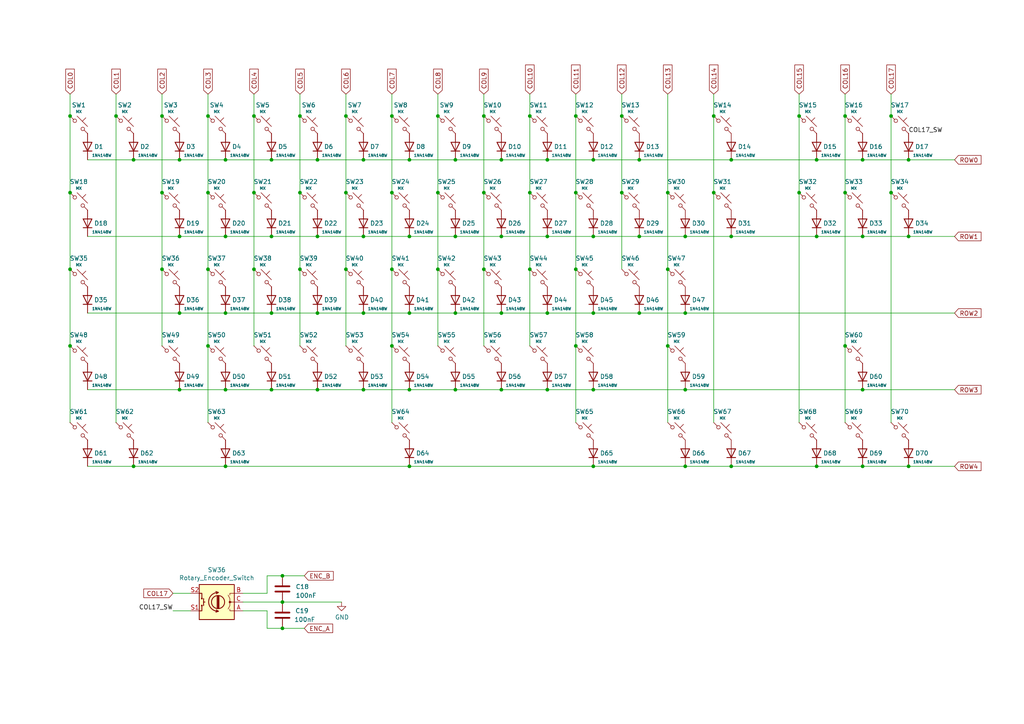
<source format=kicad_sch>
(kicad_sch (version 20230121) (generator eeschema)
  (paper "A4")
  (junction (at 118.745 135.255))
  (junction (at 100.33 33.655))
  (junction (at 78.74 113.03))
  (junction (at 65.405 113.03))
  (junction (at 73.66 78.105))
  (junction (at 65.405 68.58))
  (junction (at 52.07 113.03))
  (junction (at 172.085 113.03))
  (junction (at 60.325 33.655))
  (junction (at 145.415 46.355))
  (junction (at 118.745 90.805))
  (junction (at 46.99 55.88))
  (junction (at 132.08 46.355))
  (junction (at 193.675 78.105))
  (junction (at 236.855 46.355))
  (junction (at 153.67 33.655))
  (junction (at 158.75 68.58))
  (junction (at 105.41 113.03))
  (junction (at 198.755 68.58))
  (junction (at 263.525 135.255))
  (junction (at 65.405 46.355))
  (junction (at 127 55.88))
  (junction (at 78.74 46.355))
  (junction (at 140.335 78.105))
  (junction (at 65.405 135.255))
  (junction (at 250.19 113.03))
  (junction (at 46.99 78.105))
  (junction (at 140.335 55.88))
  (junction (at 132.08 90.805))
  (junction (at 118.745 113.03))
  (junction (at 180.34 33.655))
  (junction (at 167.005 78.105))
  (junction (at 105.41 46.355))
  (junction (at 105.41 68.58))
  (junction (at 172.085 135.255))
  (junction (at 231.775 55.88))
  (junction (at 65.405 90.805))
  (junction (at 20.32 55.88))
  (junction (at 153.67 55.88))
  (junction (at 113.665 33.655))
  (junction (at 140.335 33.655))
  (junction (at 118.745 46.355))
  (junction (at 86.995 55.88))
  (junction (at 250.19 68.58))
  (junction (at 100.33 55.88))
  (junction (at 167.005 100.33))
  (junction (at 92.075 68.58))
  (junction (at 193.675 55.88))
  (junction (at 193.675 100.33))
  (junction (at 92.075 90.805))
  (junction (at 132.08 113.03))
  (junction (at 185.42 46.355))
  (junction (at 78.74 68.58))
  (junction (at 20.32 33.655))
  (junction (at 145.415 68.58))
  (junction (at 38.735 135.255))
  (junction (at 118.745 68.58))
  (junction (at 158.75 90.805))
  (junction (at 86.995 33.655))
  (junction (at 38.735 46.355))
  (junction (at 33.655 33.655))
  (junction (at 172.085 68.58))
  (junction (at 212.09 68.58))
  (junction (at 52.07 90.805))
  (junction (at 81.915 167.005))
  (junction (at 207.01 33.655))
  (junction (at 258.445 55.88))
  (junction (at 92.075 113.03))
  (junction (at 86.995 78.105))
  (junction (at 78.74 90.805))
  (junction (at 60.325 55.88))
  (junction (at 52.07 68.58))
  (junction (at 263.525 68.58))
  (junction (at 212.09 46.355))
  (junction (at 231.775 33.655))
  (junction (at 180.34 55.88))
  (junction (at 236.855 68.58))
  (junction (at 185.42 68.58))
  (junction (at 127 78.105))
  (junction (at 46.99 33.655))
  (junction (at 20.32 78.105))
  (junction (at 172.085 46.355))
  (junction (at 113.665 78.105))
  (junction (at 81.915 182.245))
  (junction (at 153.67 78.105))
  (junction (at 145.415 113.03))
  (junction (at 258.445 33.655))
  (junction (at 20.32 100.33))
  (junction (at 52.07 46.355))
  (junction (at 73.66 33.655))
  (junction (at 167.005 33.655))
  (junction (at 212.09 135.255))
  (junction (at 250.19 135.255))
  (junction (at 132.08 68.58))
  (junction (at 167.005 55.88))
  (junction (at 207.01 55.88))
  (junction (at 263.525 46.355))
  (junction (at 236.855 135.255))
  (junction (at 145.415 90.805))
  (junction (at 113.665 55.88))
  (junction (at 60.325 100.33))
  (junction (at 245.11 100.33))
  (junction (at 198.755 113.03))
  (junction (at 73.66 55.88))
  (junction (at 113.665 100.33))
  (junction (at 172.085 90.805))
  (junction (at 185.42 90.805))
  (junction (at 60.325 78.105))
  (junction (at 158.75 46.355))
  (junction (at 250.19 46.355))
  (junction (at 198.755 135.255))
  (junction (at 158.75 113.03))
  (junction (at 245.11 55.88))
  (junction (at 105.41 90.805))
  (junction (at 198.755 90.805))
  (junction (at 92.075 46.355))
  (junction (at 100.33 78.105))
  (junction (at 127 33.655))
  (junction (at 245.11 33.655))
  (junction (at 81.915 174.625))
  (wire (pts (xy 127 78.105) (xy 127 100.33)))
  (wire (pts (xy 250.19 46.355) (xy 263.525 46.355)))
  (wire (pts (xy 127 55.88) (xy 127 78.105)))
  (wire (pts (xy 65.405 90.805) (xy 78.74 90.805)))
  (wire (pts (xy 245.11 27.305) (xy 245.11 33.655)))
  (wire (pts (xy 113.665 78.105) (xy 113.665 100.33)))
  (wire (pts (xy 212.09 135.255) (xy 236.855 135.255)))
  (wire (pts (xy 118.745 46.355) (xy 132.08 46.355)))
  (wire (pts (xy 198.755 90.805) (xy 276.86 90.805)))
  (wire (pts (xy 258.445 33.655) (xy 258.445 55.88)))
  (wire (pts (xy 167.005 78.105) (xy 167.005 100.33)))
  (wire (pts (xy 276.86 68.58) (xy 263.525 68.58)))
  (wire (pts (xy 105.41 90.805) (xy 118.745 90.805)))
  (wire (pts (xy 100.33 55.88) (xy 100.33 78.105)))
  (wire (pts (xy 52.07 46.355) (xy 65.405 46.355)))
  (wire (pts (xy 118.745 113.03) (xy 132.08 113.03)))
  (wire (pts (xy 77.47 182.245) (xy 81.915 182.245)))
  (wire (pts (xy 77.47 177.165) (xy 70.485 177.165)))
  (wire (pts (xy 38.735 135.255) (xy 65.405 135.255)))
  (wire (pts (xy 105.41 46.355) (xy 118.745 46.355)))
  (wire (pts (xy 105.41 68.58) (xy 118.745 68.58)))
  (wire (pts (xy 250.19 68.58) (xy 263.525 68.58)))
  (wire (pts (xy 127 27.305) (xy 127 33.655)))
  (wire (pts (xy 118.745 68.58) (xy 132.08 68.58)))
  (wire (pts (xy 73.66 33.655) (xy 73.66 55.88)))
  (wire (pts (xy 158.75 68.58) (xy 172.085 68.58)))
  (wire (pts (xy 145.415 46.355) (xy 158.75 46.355)))
  (wire (pts (xy 113.665 100.33) (xy 113.665 122.555)))
  (wire (pts (xy 77.47 172.085) (xy 70.485 172.085)))
  (wire (pts (xy 231.775 33.655) (xy 231.775 55.88)))
  (wire (pts (xy 20.32 33.655) (xy 20.32 55.88)))
  (wire (pts (xy 153.67 78.105) (xy 153.67 100.33)))
  (wire (pts (xy 46.99 55.88) (xy 46.99 78.105)))
  (wire (pts (xy 60.325 33.655) (xy 60.325 55.88)))
  (wire (pts (xy 236.855 46.355) (xy 250.19 46.355)))
  (wire (pts (xy 52.07 68.58) (xy 65.405 68.58)))
  (wire (pts (xy 180.34 33.655) (xy 180.34 55.88)))
  (wire (pts (xy 193.675 78.105) (xy 193.675 100.33)))
  (wire (pts (xy 81.915 182.245) (xy 88.265 182.245)))
  (wire (pts (xy 92.075 68.58) (xy 105.41 68.58)))
  (wire (pts (xy 236.855 135.255) (xy 250.19 135.255)))
  (wire (pts (xy 153.67 33.655) (xy 153.67 55.88)))
  (wire (pts (xy 78.74 68.58) (xy 92.075 68.58)))
  (wire (pts (xy 25.4 90.805) (xy 52.07 90.805)))
  (wire (pts (xy 207.01 33.655) (xy 207.01 55.88)))
  (wire (pts (xy 245.11 100.33) (xy 245.11 122.555)))
  (wire (pts (xy 207.01 55.88) (xy 207.01 122.555)))
  (wire (pts (xy 212.09 68.58) (xy 236.855 68.58)))
  (wire (pts (xy 60.325 100.33) (xy 60.325 122.555)))
  (wire (pts (xy 113.665 27.305) (xy 113.665 33.655)))
  (wire (pts (xy 145.415 113.03) (xy 158.75 113.03)))
  (wire (pts (xy 60.325 27.305) (xy 60.325 33.655)))
  (wire (pts (xy 92.075 90.805) (xy 105.41 90.805)))
  (wire (pts (xy 65.405 113.03) (xy 78.74 113.03)))
  (wire (pts (xy 81.915 174.625) (xy 70.485 174.625)))
  (wire (pts (xy 236.855 68.58) (xy 250.19 68.58)))
  (wire (pts (xy 113.665 55.88) (xy 113.665 78.105)))
  (wire (pts (xy 172.085 68.58) (xy 185.42 68.58)))
  (wire (pts (xy 60.325 78.105) (xy 60.325 100.33)))
  (wire (pts (xy 33.655 27.305) (xy 33.655 33.655)))
  (wire (pts (xy 172.085 46.355) (xy 185.42 46.355)))
  (wire (pts (xy 33.655 33.655) (xy 33.655 122.555)))
  (wire (pts (xy 140.335 33.655) (xy 140.335 55.88)))
  (wire (pts (xy 193.675 27.305) (xy 193.675 55.88)))
  (wire (pts (xy 258.445 55.88) (xy 258.445 122.555)))
  (wire (pts (xy 86.995 33.655) (xy 86.995 55.88)))
  (wire (pts (xy 65.405 68.58) (xy 78.74 68.58)))
  (wire (pts (xy 52.07 113.03) (xy 65.405 113.03)))
  (wire (pts (xy 73.66 55.88) (xy 73.66 78.105)))
  (wire (pts (xy 132.08 46.355) (xy 145.415 46.355)))
  (wire (pts (xy 100.33 33.655) (xy 100.33 55.88)))
  (wire (pts (xy 167.005 55.88) (xy 167.005 78.105)))
  (wire (pts (xy 20.32 100.33) (xy 20.32 122.555)))
  (wire (pts (xy 77.47 167.005) (xy 77.47 172.085)))
  (wire (pts (xy 193.675 100.33) (xy 193.675 122.555)))
  (wire (pts (xy 118.745 135.255) (xy 172.085 135.255)))
  (wire (pts (xy 276.86 46.355) (xy 263.525 46.355)))
  (wire (pts (xy 132.08 113.03) (xy 145.415 113.03)))
  (wire (pts (xy 46.99 33.655) (xy 46.99 55.88)))
  (wire (pts (xy 100.33 27.305) (xy 100.33 33.655)))
  (wire (pts (xy 127 33.655) (xy 127 55.88)))
  (wire (pts (xy 25.4 113.03) (xy 52.07 113.03)))
  (wire (pts (xy 276.86 135.255) (xy 263.525 135.255)))
  (wire (pts (xy 258.445 27.305) (xy 258.445 33.655)))
  (wire (pts (xy 212.09 46.355) (xy 236.855 46.355)))
  (wire (pts (xy 153.67 55.88) (xy 153.67 78.105)))
  (wire (pts (xy 180.34 55.88) (xy 180.34 78.105)))
  (wire (pts (xy 60.325 55.88) (xy 60.325 78.105)))
  (wire (pts (xy 86.995 55.88) (xy 86.995 78.105)))
  (wire (pts (xy 140.335 78.105) (xy 140.335 100.33)))
  (wire (pts (xy 250.19 113.03) (xy 276.86 113.03)))
  (wire (pts (xy 212.09 135.255) (xy 198.755 135.255)))
  (wire (pts (xy 86.995 78.105) (xy 86.995 100.33)))
  (wire (pts (xy 78.74 90.805) (xy 92.075 90.805)))
  (wire (pts (xy 245.11 55.88) (xy 245.11 100.33)))
  (wire (pts (xy 172.085 135.255) (xy 198.755 135.255)))
  (wire (pts (xy 180.34 27.305) (xy 180.34 33.655)))
  (wire (pts (xy 140.335 27.305) (xy 140.335 33.655)))
  (wire (pts (xy 167.005 100.33) (xy 167.005 122.555)))
  (wire (pts (xy 65.405 135.255) (xy 118.745 135.255)))
  (wire (pts (xy 78.74 46.355) (xy 92.075 46.355)))
  (wire (pts (xy 140.335 55.88) (xy 140.335 78.105)))
  (wire (pts (xy 73.66 27.305) (xy 73.66 33.655)))
  (wire (pts (xy 231.775 27.305) (xy 231.775 33.655)))
  (wire (pts (xy 81.915 174.625) (xy 99.06 174.625)))
  (wire (pts (xy 25.4 68.58) (xy 52.07 68.58)))
  (wire (pts (xy 198.755 113.03) (xy 250.19 113.03)))
  (wire (pts (xy 77.47 182.245) (xy 77.47 177.165)))
  (wire (pts (xy 153.67 27.305) (xy 153.67 33.655)))
  (wire (pts (xy 105.41 113.03) (xy 118.745 113.03)))
  (wire (pts (xy 145.415 90.805) (xy 158.75 90.805)))
  (wire (pts (xy 92.075 46.355) (xy 105.41 46.355)))
  (wire (pts (xy 81.915 167.005) (xy 88.265 167.005)))
  (wire (pts (xy 50.165 177.165) (xy 55.245 177.165)))
  (wire (pts (xy 132.08 68.58) (xy 145.415 68.58)))
  (wire (pts (xy 132.08 90.805) (xy 145.415 90.805)))
  (wire (pts (xy 81.915 167.005) (xy 77.47 167.005)))
  (wire (pts (xy 185.42 90.805) (xy 198.755 90.805)))
  (wire (pts (xy 145.415 68.58) (xy 158.75 68.58)))
  (wire (pts (xy 193.675 55.88) (xy 193.675 78.105)))
  (wire (pts (xy 167.005 33.655) (xy 167.005 55.88)))
  (wire (pts (xy 185.42 46.355) (xy 212.09 46.355)))
  (wire (pts (xy 185.42 68.58) (xy 198.755 68.58)))
  (wire (pts (xy 52.07 90.805) (xy 65.405 90.805)))
  (wire (pts (xy 20.32 78.105) (xy 20.32 100.33)))
  (wire (pts (xy 231.775 55.88) (xy 231.775 122.555)))
  (wire (pts (xy 20.32 55.88) (xy 20.32 78.105)))
  (wire (pts (xy 50.165 172.085) (xy 55.245 172.085)))
  (wire (pts (xy 25.4 46.355) (xy 38.735 46.355)))
  (wire (pts (xy 207.01 27.305) (xy 207.01 33.655)))
  (wire (pts (xy 65.405 46.355) (xy 78.74 46.355)))
  (wire (pts (xy 158.75 90.805) (xy 172.085 90.805)))
  (wire (pts (xy 198.755 68.58) (xy 212.09 68.58)))
  (wire (pts (xy 172.085 90.805) (xy 185.42 90.805)))
  (wire (pts (xy 158.75 113.03) (xy 172.085 113.03)))
  (wire (pts (xy 118.745 90.805) (xy 132.08 90.805)))
  (wire (pts (xy 73.66 78.105) (xy 73.66 100.33)))
  (wire (pts (xy 20.32 27.305) (xy 20.32 33.655)))
  (wire (pts (xy 113.665 33.655) (xy 113.665 55.88)))
  (wire (pts (xy 86.995 27.305) (xy 86.995 33.655)))
  (wire (pts (xy 100.33 78.105) (xy 100.33 100.33)))
  (wire (pts (xy 245.11 33.655) (xy 245.11 55.88)))
  (wire (pts (xy 158.75 46.355) (xy 172.085 46.355)))
  (wire (pts (xy 46.99 78.105) (xy 46.99 100.33)))
  (wire (pts (xy 38.735 46.355) (xy 52.07 46.355)))
  (wire (pts (xy 250.19 135.255) (xy 263.525 135.255)))
  (wire (pts (xy 78.74 113.03) (xy 92.075 113.03)))
  (wire (pts (xy 92.075 113.03) (xy 105.41 113.03)))
  (wire (pts (xy 46.99 27.305) (xy 46.99 33.655)))
  (wire (pts (xy 172.085 113.03) (xy 198.755 113.03)))
  (wire (pts (xy 167.005 27.305) (xy 167.005 33.655)))
  (wire (pts (xy 25.4 135.255) (xy 38.735 135.255)))
  (label "COL17_SW" (at 263.525 38.735 0))
  (label "COL17_SW" (at 50.165 177.165 180))
  (global_label "COL3" (shape input) (at 60.325 27.305 90) (property "Intersheetrefs" "${INTERSHEET_REFS}" (effects hide)))
  (global_label "COL2" (shape input) (at 46.99 27.305 90) (property "Intersheetrefs" "${INTERSHEET_REFS}" (effects hide)))
  (global_label "COL13" (shape input) (at 193.675 27.305 90) (property "Intersheetrefs" "${INTERSHEET_REFS}" (effects hide)))
  (global_label "ROW4" (shape input) (at 276.86 135.255 0) (property "Intersheetrefs" "${INTERSHEET_REFS}" (effects hide)))
  (global_label "COL5" (shape input) (at 86.995 27.305 90) (property "Intersheetrefs" "${INTERSHEET_REFS}" (effects hide)))
  (global_label "ROW3" (shape input) (at 276.86 113.03 0) (property "Intersheetrefs" "${INTERSHEET_REFS}" (effects hide)))
  (global_label "COL1" (shape input) (at 33.655 27.305 90) (property "Intersheetrefs" "${INTERSHEET_REFS}" (effects hide)))
  (global_label "COL17" (shape input) (at 258.445 27.305 90) (property "Intersheetrefs" "${INTERSHEET_REFS}" (effects hide)))
  (global_label "ROW0" (shape input) (at 276.86 46.355 0) (property "Intersheetrefs" "${INTERSHEET_REFS}" (effects hide)))
  (global_label "ROW1" (shape input) (at 276.86 68.58 0) (property "Intersheetrefs" "${INTERSHEET_REFS}" (effects hide)))
  (global_label "COL0" (shape input) (at 20.32 27.305 90) (property "Intersheetrefs" "${INTERSHEET_REFS}" (effects hide)))
  (global_label "COL14" (shape input) (at 207.01 27.305 90) (property "Intersheetrefs" "${INTERSHEET_REFS}" (effects hide)))
  (global_label "COL4" (shape input) (at 73.66 27.305 90) (property "Intersheetrefs" "${INTERSHEET_REFS}" (effects hide)))
  (global_label "ENC_A" (shape input) (at 88.265 182.245 0) (property "Intersheetrefs" "${INTERSHEET_REFS}" (effects hide)))
  (global_label "COL6" (shape input) (at 100.33 27.305 90) (property "Intersheetrefs" "${INTERSHEET_REFS}" (effects hide)))
  (global_label "COL11" (shape input) (at 167.005 27.305 90) (property "Intersheetrefs" "${INTERSHEET_REFS}" (effects hide)))
  (global_label "COL16" (shape input) (at 245.11 27.305 90) (property "Intersheetrefs" "${INTERSHEET_REFS}" (effects hide)))
  (global_label "COL12" (shape input) (at 180.34 27.305 90) (property "Intersheetrefs" "${INTERSHEET_REFS}" (effects hide)))
  (global_label "COL15" (shape input) (at 231.775 27.305 90) (property "Intersheetrefs" "${INTERSHEET_REFS}" (effects hide)))
  (global_label "COL10" (shape input) (at 153.67 27.305 90) (property "Intersheetrefs" "${INTERSHEET_REFS}" (effects hide)))
  (global_label "COL8" (shape input) (at 127 27.305 90) (property "Intersheetrefs" "${INTERSHEET_REFS}" (effects hide)))
  (global_label "ENC_B" (shape input) (at 88.265 167.005 0) (property "Intersheetrefs" "${INTERSHEET_REFS}" (effects hide)))
  (global_label "COL7" (shape input) (at 113.665 27.305 90) (property "Intersheetrefs" "${INTERSHEET_REFS}" (effects hide)))
  (global_label "ROW2" (shape input) (at 276.86 90.805 0) (property "Intersheetrefs" "${INTERSHEET_REFS}" (effects hide)))
  (global_label "COL17" (shape input) (at 50.165 172.085 180) (property "Intersheetrefs" "${INTERSHEET_REFS}" (effects hide)))
  (global_label "COL9" (shape input) (at 140.335 27.305 90) (property "Intersheetrefs" "${INTERSHEET_REFS}" (effects hide)))
  (symbol (lib_id "Switch:SW_Push_45deg") (at 169.545 125.095 0) (unit 1)
    (property "Reference" "SW65" (at 169.545 119.38 0))
    (property "Value" "MX" (at 169.545 121.285 0) (effects (font (size 0.8 0.8))))
    (property "Footprint" "marbastlib-mx:SW_MX_HS_1.5u" (effects hide))
  )
  (symbol (lib_id "Diode:1N4148W") (at 172.085 109.22 90) (unit 1)
    (property "Reference" "D58" (at 173.99 109.22 90) (effects (justify right)))
    (property "Value" "1N4148W" (at 173.355 111.76 90) (effects (font (size 0.8 0.8)) (justify right)))
    (property "Footprint" "Diode_SMD:D_SOD-123" (effects hide))
    (property "Datasheet" "https://www.vishay.com/docs/85748/1n4148w.pdf" (effects hide))
    (property "Sim.Device" "D" (effects hide))
    (property "Sim.Pins" "1=K 2=A" (effects hide))
  )
  (symbol (lib_id "Diode:1N4148W") (at 198.755 109.22 90) (unit 1)
    (property "Reference" "D59" (at 200.66 109.22 90) (effects (justify right)))
    (property "Value" "1N4148W" (at 200.025 111.76 90) (effects (font (size 0.8 0.8)) (justify right)))
    (property "Footprint" "Diode_SMD:D_SOD-123" (effects hide))
    (property "Datasheet" "https://www.vishay.com/docs/85748/1n4148w.pdf" (effects hide))
    (property "Sim.Device" "D" (effects hide))
    (property "Sim.Pins" "1=K 2=A" (effects hide))
  )
  (symbol (lib_id "Switch:SW_Push_45deg") (at 102.87 102.87 0) (unit 1)
    (property "Reference" "SW53" (at 102.87 97.155 0))
    (property "Value" "MX" (at 102.87 99.06 0) (effects (font (size 0.8 0.8))))
    (property "Footprint" "marbastlib-mx:SW_MX_HS_1u" (effects hide))
  )
  (symbol (lib_id "Diode:1N4148W") (at 158.75 42.545 90) (unit 1)
    (property "Reference" "D11" (at 160.655 42.545 90) (effects (justify right)))
    (property "Value" "1N4148W" (at 160.02 45.085 90) (effects (font (size 0.8 0.8)) (justify right)))
    (property "Footprint" "Diode_SMD:D_SOD-123" (effects hide))
    (property "Datasheet" "https://www.vishay.com/docs/85748/1n4148w.pdf" (effects hide))
    (property "Sim.Device" "D" (effects hide))
    (property "Sim.Pins" "1=K 2=A" (effects hide))
  )
  (symbol (lib_id "Switch:SW_Push_45deg") (at 209.55 58.42 0) (unit 1)
    (property "Reference" "SW31" (at 209.55 52.705 0))
    (property "Value" "MX" (at 209.55 54.61 0) (effects (font (size 0.8 0.8))))
    (property "Footprint" "marbastlib-mx:SW_MX_HS_1.5u" (effects hide))
  )
  (symbol (lib_id "Diode:1N4148W") (at 25.4 109.22 90) (unit 1)
    (property "Reference" "D48" (at 27.305 109.22 90) (effects (justify right)))
    (property "Value" "1N4148W" (at 26.67 111.76 90) (effects (font (size 0.8 0.8)) (justify right)))
    (property "Footprint" "Diode_SMD:D_SOD-123" (effects hide))
    (property "Datasheet" "https://www.vishay.com/docs/85748/1n4148w.pdf" (effects hide))
    (property "Sim.Device" "D" (effects hide))
    (property "Sim.Pins" "1=K 2=A" (effects hide))
  )
  (symbol (lib_id "Switch:SW_Push_45deg") (at 22.86 58.42 0) (unit 1)
    (property "Reference" "SW18" (at 22.86 52.705 0))
    (property "Value" "MX" (at 22.86 54.61 0) (effects (font (size 0.8 0.8))))
    (property "Footprint" "marbastlib-mx:SW_MX_HS_1.5u" (effects hide))
  )
  (symbol (lib_id "Diode:1N4148W") (at 118.745 86.995 90) (unit 1)
    (property "Reference" "D41" (at 120.65 86.995 90) (effects (justify right)))
    (property "Value" "1N4148W" (at 120.015 89.535 90) (effects (font (size 0.8 0.8)) (justify right)))
    (property "Footprint" "Diode_SMD:D_SOD-123" (effects hide))
    (property "Datasheet" "https://www.vishay.com/docs/85748/1n4148w.pdf" (effects hide))
    (property "Sim.Device" "D" (effects hide))
    (property "Sim.Pins" "1=K 2=A" (effects hide))
  )
  (symbol (lib_id "Switch:SW_Push_45deg") (at 234.315 58.42 0) (unit 1)
    (property "Reference" "SW32" (at 234.315 52.705 0))
    (property "Value" "MX" (at 234.315 54.61 0) (effects (font (size 0.8 0.8))))
    (property "Footprint" "marbastlib-mx:SW_MX_HS_1u" (effects hide))
  )
  (symbol (lib_id "Switch:SW_Push_45deg") (at 169.545 102.87 0) (unit 1)
    (property "Reference" "SW58" (at 169.545 97.155 0))
    (property "Value" "MX" (at 169.545 99.06 0) (effects (font (size 0.8 0.8))))
    (property "Footprint" "marbastlib-mx:SW_MX_HS_1u" (effects hide))
  )
  (symbol (lib_id "Switch:SW_Push_45deg") (at 129.54 58.42 0) (unit 1)
    (property "Reference" "SW25" (at 129.54 52.705 0))
    (property "Value" "MX" (at 129.54 54.61 0) (effects (font (size 0.8 0.8))))
    (property "Footprint" "marbastlib-mx:SW_MX_HS_1u" (effects hide))
  )
  (symbol (lib_id "Diode:1N4148W") (at 212.09 131.445 90) (unit 1)
    (property "Reference" "D67" (at 213.995 131.445 90) (effects (justify right)))
    (property "Value" "1N4148W" (at 213.36 133.985 90) (effects (font (size 0.8 0.8)) (justify right)))
    (property "Footprint" "Diode_SMD:D_SOD-123" (effects hide))
    (property "Datasheet" "https://www.vishay.com/docs/85748/1n4148w.pdf" (effects hide))
    (property "Sim.Device" "D" (effects hide))
    (property "Sim.Pins" "1=K 2=A" (effects hide))
  )
  (symbol (lib_id "Diode:1N4148W") (at 158.75 86.995 90) (unit 1)
    (property "Reference" "D44" (at 160.655 86.995 90) (effects (justify right)))
    (property "Value" "1N4148W" (at 160.02 89.535 90) (effects (font (size 0.8 0.8)) (justify right)))
    (property "Footprint" "Diode_SMD:D_SOD-123" (effects hide))
    (property "Datasheet" "https://www.vishay.com/docs/85748/1n4148w.pdf" (effects hide))
    (property "Sim.Device" "D" (effects hide))
    (property "Sim.Pins" "1=K 2=A" (effects hide))
  )
  (symbol (lib_id "Diode:1N4148W") (at 132.08 64.77 90) (unit 1)
    (property "Reference" "D25" (at 133.985 64.77 90) (effects (justify right)))
    (property "Value" "1N4148W" (at 133.35 67.31 90) (effects (font (size 0.8 0.8)) (justify right)))
    (property "Footprint" "Diode_SMD:D_SOD-123" (effects hide))
    (property "Datasheet" "https://www.vishay.com/docs/85748/1n4148w.pdf" (effects hide))
    (property "Sim.Device" "D" (effects hide))
    (property "Sim.Pins" "1=K 2=A" (effects hide))
  )
  (symbol (lib_id "Switch:SW_Push_45deg") (at 76.2 58.42 0) (unit 1)
    (property "Reference" "SW21" (at 76.2 52.705 0))
    (property "Value" "MX" (at 76.2 54.61 0) (effects (font (size 0.8 0.8))))
    (property "Footprint" "marbastlib-mx:SW_MX_HS_1u" (effects hide))
  )
  (symbol (lib_id "power:GND") (at 99.06 174.625 0) (unit 1)
    (property "Reference" "#PWR02" (effects hide))
    (property "Value" "GND" (at 99.187 179.0192 0))
    (instances (project "key_matrix" (path "" (reference "#PWR02") (unit 1))) (project "crin custom layout" (path "" (reference "#PWR013") (unit 1))) (project "stm32_hotswap_chiffre" (path "" (reference "#PWR02") (unit 1))) (project "LeChiffre" (path "" (reference "#PWR?") (unit 1))))
  )
  (symbol (lib_id "Switch:SW_Push_45deg") (at 62.865 58.42 0) (unit 1)
    (property "Reference" "SW20" (at 62.865 52.705 0))
    (property "Value" "MX" (at 62.865 54.61 0) (effects (font (size 0.8 0.8))))
    (property "Footprint" "marbastlib-mx:SW_MX_HS_1u" (effects hide))
  )
  (symbol (lib_id "Diode:1N4148W") (at 92.075 109.22 90) (unit 1)
    (property "Reference" "D52" (at 93.98 109.22 90) (effects (justify right)))
    (property "Value" "1N4148W" (at 93.345 111.76 90) (effects (font (size 0.8 0.8)) (justify right)))
    (property "Footprint" "Diode_SMD:D_SOD-123" (effects hide))
    (property "Datasheet" "https://www.vishay.com/docs/85748/1n4148w.pdf" (effects hide))
    (property "Sim.Device" "D" (effects hide))
    (property "Sim.Pins" "1=K 2=A" (effects hide))
  )
  (symbol (lib_id "Diode:1N4148W") (at 236.855 42.545 90) (unit 1)
    (property "Reference" "D15" (at 238.76 42.545 90) (effects (justify right)))
    (property "Value" "1N4148W" (at 238.125 45.085 90) (effects (font (size 0.8 0.8)) (justify right)))
    (property "Footprint" "Diode_SMD:D_SOD-123" (effects hide))
    (property "Datasheet" "https://www.vishay.com/docs/85748/1n4148w.pdf" (effects hide))
    (property "Sim.Device" "D" (effects hide))
    (property "Sim.Pins" "1=K 2=A" (effects hide))
  )
  (symbol (lib_id "Diode:1N4148W") (at 78.74 42.545 90) (unit 1)
    (property "Reference" "D5" (at 80.645 42.545 90) (effects (justify right)))
    (property "Value" "1N4148W" (at 80.01 45.085 90) (effects (font (size 0.8 0.8)) (justify right)))
    (property "Footprint" "Diode_SMD:D_SOD-123" (effects hide))
    (property "Datasheet" "https://www.vishay.com/docs/85748/1n4148w.pdf" (effects hide))
    (property "Sim.Device" "D" (effects hide))
    (property "Sim.Pins" "1=K 2=A" (effects hide))
  )
  (symbol (lib_id "Diode:1N4148W") (at 25.4 42.545 90) (unit 1)
    (property "Reference" "D1" (at 27.305 42.545 90) (effects (justify right)))
    (property "Value" "1N4148W" (at 26.67 45.085 90) (effects (font (size 0.8 0.8)) (justify right)))
    (property "Footprint" "Diode_SMD:D_SOD-123" (effects hide))
    (property "Datasheet" "https://www.vishay.com/docs/85748/1n4148w.pdf" (effects hide))
    (property "Sim.Device" "D" (effects hide))
    (property "Sim.Pins" "1=K 2=A" (effects hide))
  )
  (symbol (lib_id "Switch:SW_Push_45deg") (at 247.65 58.42 0) (unit 1)
    (property "Reference" "SW33" (at 247.65 52.705 0))
    (property "Value" "MX" (at 247.65 54.61 0) (effects (font (size 0.8 0.8))))
    (property "Footprint" "marbastlib-mx:SW_MX_HS_1u" (effects hide))
  )
  (symbol (lib_id "Switch:SW_Push_45deg") (at 62.865 125.095 0) (unit 1)
    (property "Reference" "SW63" (at 62.865 119.38 0))
    (property "Value" "MX" (at 62.865 121.285 0) (effects (font (size 0.8 0.8))))
    (property "Footprint" "marbastlib-mx:SW_MX_HS_1.5u" (effects hide))
  )
  (symbol (lib_id "Switch:SW_Push_45deg") (at 36.195 125.095 0) (unit 1)
    (property "Reference" "SW62" (at 36.195 119.38 0))
    (property "Value" "MX" (at 36.195 121.285 0) (effects (font (size 0.8 0.8))))
    (property "Footprint" "marbastlib-mx:SW_MX_HS_1u" (effects hide))
  )
  (symbol (lib_id "Diode:1N4148W") (at 185.42 86.995 90) (unit 1)
    (property "Reference" "D46" (at 187.325 86.995 90) (effects (justify right)))
    (property "Value" "1N4148W" (at 186.69 89.535 90) (effects (font (size 0.8 0.8)) (justify right)))
    (property "Footprint" "Diode_SMD:D_SOD-123" (effects hide))
    (property "Datasheet" "https://www.vishay.com/docs/85748/1n4148w.pdf" (effects hide))
    (property "Sim.Device" "D" (effects hide))
    (property "Sim.Pins" "1=K 2=A" (effects hide))
  )
  (symbol (lib_id "Diode:1N4148W") (at 105.41 42.545 90) (unit 1)
    (property "Reference" "D7" (at 107.315 42.545 90) (effects (justify right)))
    (property "Value" "1N4148W" (at 106.68 45.085 90) (effects (font (size 0.8 0.8)) (justify right)))
    (property "Footprint" "Diode_SMD:D_SOD-123" (effects hide))
    (property "Datasheet" "https://www.vishay.com/docs/85748/1n4148w.pdf" (effects hide))
    (property "Sim.Device" "D" (effects hide))
    (property "Sim.Pins" "1=K 2=A" (effects hide))
  )
  (symbol (lib_id "Diode:1N4148W") (at 236.855 64.77 90) (unit 1)
    (property "Reference" "D32" (at 238.76 64.77 90) (effects (justify right)))
    (property "Value" "1N4148W" (at 238.125 67.31 90) (effects (font (size 0.8 0.8)) (justify right)))
    (property "Footprint" "Diode_SMD:D_SOD-123" (effects hide))
    (property "Datasheet" "https://www.vishay.com/docs/85748/1n4148w.pdf" (effects hide))
    (property "Sim.Device" "D" (effects hide))
    (property "Sim.Pins" "1=K 2=A" (effects hide))
  )
  (symbol (lib_id "Switch:SW_Push_45deg") (at 89.535 58.42 0) (unit 1)
    (property "Reference" "SW22" (at 89.535 52.705 0))
    (property "Value" "MX" (at 89.535 54.61 0) (effects (font (size 0.8 0.8))))
    (property "Footprint" "marbastlib-mx:SW_MX_HS_1u" (effects hide))
  )
  (symbol (lib_id "Switch:SW_Push_45deg") (at 116.205 102.87 0) (unit 1)
    (property "Reference" "SW54" (at 116.205 97.155 0))
    (property "Value" "MX" (at 116.205 99.06 0) (effects (font (size 0.8 0.8))))
    (property "Footprint" "marbastlib-mx:SW_MX_HS_1u" (effects hide))
  )
  (symbol (lib_id "Diode:1N4148W") (at 198.755 131.445 90) (unit 1)
    (property "Reference" "D66" (at 200.66 131.445 90) (effects (justify right)))
    (property "Value" "1N4148W" (at 200.025 133.985 90) (effects (font (size 0.8 0.8)) (justify right)))
    (property "Footprint" "Diode_SMD:D_SOD-123" (effects hide))
    (property "Datasheet" "https://www.vishay.com/docs/85748/1n4148w.pdf" (effects hide))
    (property "Sim.Device" "D" (effects hide))
    (property "Sim.Pins" "1=K 2=A" (effects hide))
  )
  (symbol (lib_id "Diode:1N4148W") (at 25.4 86.995 90) (unit 1)
    (property "Reference" "D35" (at 27.305 86.995 90) (effects (justify right)))
    (property "Value" "1N4148W" (at 26.67 89.535 90) (effects (font (size 0.8 0.8)) (justify right)))
    (property "Footprint" "Diode_SMD:D_SOD-123" (effects hide))
    (property "Datasheet" "https://www.vishay.com/docs/85748/1n4148w.pdf" (effects hide))
    (property "Sim.Device" "D" (effects hide))
    (property "Sim.Pins" "1=K 2=A" (effects hide))
  )
  (symbol (lib_id "LeChiffre-rescue:Rotary_Encoder_Switch-Device") (at 62.865 174.625 180) (unit 1)
    (property "Reference" "SW36" (at 62.865 165.3032 0))
    (property "Value" "Rotary_Encoder_Switch" (at 62.865 167.6146 0))
    (property "Footprint" "marbastlib-various:ROT_Alps_EC11E-Switch" (effects hide))
    (instances (project "key_matrix" (path "" (reference "SW36") (unit 1))) (project "crin custom layout" (path "" (reference "SW73") (unit 1))) (project "stm32_hotswap_chiffre" (path "" (reference "SW36") (unit 1))) (project "LeChiffre" (path "" (reference "SW?") (unit 1))))
  )
  (symbol (lib_id "Switch:SW_Push_45deg") (at 156.21 58.42 0) (unit 1)
    (property "Reference" "SW27" (at 156.21 52.705 0))
    (property "Value" "MX" (at 156.21 54.61 0) (effects (font (size 0.8 0.8))))
    (property "Footprint" "marbastlib-mx:SW_MX_HS_1u" (effects hide))
  )
  (symbol (lib_id "Switch:SW_Push_45deg") (at 62.865 36.195 0) (unit 1)
    (property "Reference" "SW4" (at 62.865 30.48 0))
    (property "Value" "MX" (at 62.865 32.385 0) (effects (font (size 0.8 0.8))))
    (property "Footprint" "marbastlib-mx:SW_MX_HS_1u" (effects hide))
  )
  (symbol (lib_id "Diode:1N4148W") (at 118.745 64.77 90) (unit 1)
    (property "Reference" "D24" (at 120.65 64.77 90) (effects (justify right)))
    (property "Value" "1N4148W" (at 120.015 67.31 90) (effects (font (size 0.8 0.8)) (justify right)))
    (property "Footprint" "Diode_SMD:D_SOD-123" (effects hide))
    (property "Datasheet" "https://www.vishay.com/docs/85748/1n4148w.pdf" (effects hide))
    (property "Sim.Device" "D" (effects hide))
    (property "Sim.Pins" "1=K 2=A" (effects hide))
  )
  (symbol (lib_id "Diode:1N4148W") (at 145.415 86.995 90) (unit 1)
    (property "Reference" "D43" (at 147.32 86.995 90) (effects (justify right)))
    (property "Value" "1N4148W" (at 146.685 89.535 90) (effects (font (size 0.8 0.8)) (justify right)))
    (property "Footprint" "Diode_SMD:D_SOD-123" (effects hide))
    (property "Datasheet" "https://www.vishay.com/docs/85748/1n4148w.pdf" (effects hide))
    (property "Sim.Device" "D" (effects hide))
    (property "Sim.Pins" "1=K 2=A" (effects hide))
  )
  (symbol (lib_id "Diode:1N4148W") (at 185.42 42.545 90) (unit 1)
    (property "Reference" "D13" (at 187.325 42.545 90) (effects (justify right)))
    (property "Value" "1N4148W" (at 186.69 45.085 90) (effects (font (size 0.8 0.8)) (justify right)))
    (property "Footprint" "Diode_SMD:D_SOD-123" (effects hide))
    (property "Datasheet" "https://www.vishay.com/docs/85748/1n4148w.pdf" (effects hide))
    (property "Sim.Device" "D" (effects hide))
    (property "Sim.Pins" "1=K 2=A" (effects hide))
  )
  (symbol (lib_id "Diode:1N4148W") (at 105.41 109.22 90) (unit 1)
    (property "Reference" "D53" (at 107.315 109.22 90) (effects (justify right)))
    (property "Value" "1N4148W" (at 106.68 111.76 90) (effects (font (size 0.8 0.8)) (justify right)))
    (property "Footprint" "Diode_SMD:D_SOD-123" (effects hide))
    (property "Datasheet" "https://www.vishay.com/docs/85748/1n4148w.pdf" (effects hide))
    (property "Sim.Device" "D" (effects hide))
    (property "Sim.Pins" "1=K 2=A" (effects hide))
  )
  (symbol (lib_id "Diode:1N4148W") (at 263.525 42.545 90) (unit 1)
    (property "Reference" "D17" (at 265.43 42.545 90) (effects (justify right)))
    (property "Value" "1N4148W" (at 264.795 45.085 90) (effects (font (size 0.8 0.8)) (justify right)))
    (property "Footprint" "Diode_SMD:D_SOD-123" (effects hide))
    (property "Datasheet" "https://www.vishay.com/docs/85748/1n4148w.pdf" (effects hide))
    (property "Sim.Device" "D" (effects hide))
    (property "Sim.Pins" "1=K 2=A" (effects hide))
  )
  (symbol (lib_id "Switch:SW_Push_45deg") (at 247.65 36.195 0) (unit 1)
    (property "Reference" "SW16" (at 247.65 30.48 0))
    (property "Value" "MX" (at 247.65 32.385 0) (effects (font (size 0.8 0.8))))
    (property "Footprint" "marbastlib-mx:SW_MX_HS_1u" (effects hide))
  )
  (symbol (lib_id "Diode:1N4148W") (at 52.07 42.545 90) (unit 1)
    (property "Reference" "D3" (at 53.975 42.545 90) (effects (justify right)))
    (property "Value" "1N4148W" (at 53.34 45.085 90) (effects (font (size 0.8 0.8)) (justify right)))
    (property "Footprint" "Diode_SMD:D_SOD-123" (effects hide))
    (property "Datasheet" "https://www.vishay.com/docs/85748/1n4148w.pdf" (effects hide))
    (property "Sim.Device" "D" (effects hide))
    (property "Sim.Pins" "1=K 2=A" (effects hide))
  )
  (symbol (lib_id "Switch:SW_Push_45deg") (at 22.86 125.095 0) (unit 1)
    (property "Reference" "SW61" (at 22.86 119.38 0))
    (property "Value" "MX" (at 22.86 121.285 0) (effects (font (size 0.8 0.8))))
    (property "Footprint" "marbastlib-mx:SW_MX_HS_1.5u" (effects hide))
  )
  (symbol (lib_id "Diode:1N4148W") (at 52.07 64.77 90) (unit 1)
    (property "Reference" "D19" (at 53.975 64.77 90) (effects (justify right)))
    (property "Value" "1N4148W" (at 53.34 67.31 90) (effects (font (size 0.8 0.8)) (justify right)))
    (property "Footprint" "Diode_SMD:D_SOD-123" (effects hide))
    (property "Datasheet" "https://www.vishay.com/docs/85748/1n4148w.pdf" (effects hide))
    (property "Sim.Device" "D" (effects hide))
    (property "Sim.Pins" "1=K 2=A" (effects hide))
  )
  (symbol (lib_id "Diode:1N4148W") (at 250.19 109.22 90) (unit 1)
    (property "Reference" "D60" (at 252.095 109.22 90) (effects (justify right)))
    (property "Value" "1N4148W" (at 251.46 111.76 90) (effects (font (size 0.8 0.8)) (justify right)))
    (property "Footprint" "Diode_SMD:D_SOD-123" (effects hide))
    (property "Datasheet" "https://www.vishay.com/docs/85748/1n4148w.pdf" (effects hide))
    (property "Sim.Device" "D" (effects hide))
    (property "Sim.Pins" "1=K 2=A" (effects hide))
  )
  (symbol (lib_id "Switch:SW_Push_45deg") (at 156.21 80.645 0) (unit 1)
    (property "Reference" "SW44" (at 156.21 74.93 0))
    (property "Value" "MX" (at 156.21 76.835 0) (effects (font (size 0.8 0.8))))
    (property "Footprint" "marbastlib-mx:SW_MX_HS_1u" (effects hide))
  )
  (symbol (lib_id "Switch:SW_Push_45deg") (at 22.86 102.87 0) (unit 1)
    (property "Reference" "SW48" (at 22.86 97.155 0))
    (property "Value" "MX" (at 22.86 99.06 0) (effects (font (size 0.8 0.8))))
    (property "Footprint" "marbastlib-mx:SW_MX_HS_1u" (effects hide))
  )
  (symbol (lib_id "Switch:SW_Push_45deg") (at 182.88 80.645 0) (unit 1)
    (property "Reference" "SW46" (at 182.88 74.93 0))
    (property "Value" "MX" (at 182.88 76.835 0) (effects (font (size 0.8 0.8))))
    (property "Footprint" "marbastlib-mx:SW_MX_HS_1u" (effects hide))
  )
  (symbol (lib_id "Device:C") (at 81.915 178.435 0) (mirror x) (unit 1)
    (property "Reference" "C19" (at 89.535 177.165 0) (effects (justify right)))
    (property "Value" "100nF" (at 91.44 179.705 0) (effects (justify right)))
    (property "Footprint" "Capacitor_SMD:C_0402_1005Metric" (effects hide))
    (property "LCSC" "C307331" (effects hide))
    (instances (project "key_matrix" (path "" (reference "C19") (unit 1))) (project "key_matrix" (path "" (reference "C19") (unit 1))) (project "crin custom layout" (path "" (reference "C11") (unit 1))) (project "bully" (path "" (reference "C19") (unit 1))) (project "stm32_hotswap_chiffre" (path "" (reference "C10") (unit 1))))
  )
  (symbol (lib_id "Diode:1N4148W") (at 250.19 42.545 90) (unit 1)
    (property "Reference" "D16" (at 252.095 42.545 90) (effects (justify right)))
    (property "Value" "1N4148W" (at 251.46 45.085 90) (effects (font (size 0.8 0.8)) (justify right)))
    (property "Footprint" "Diode_SMD:D_SOD-123" (effects hide))
    (property "Datasheet" "https://www.vishay.com/docs/85748/1n4148w.pdf" (effects hide))
    (property "Sim.Device" "D" (effects hide))
    (property "Sim.Pins" "1=K 2=A" (effects hide))
  )
  (symbol (lib_id "Diode:1N4148W") (at 158.75 109.22 90) (unit 1)
    (property "Reference" "D57" (at 160.655 109.22 90) (effects (justify right)))
    (property "Value" "1N4148W" (at 160.02 111.76 90) (effects (font (size 0.8 0.8)) (justify right)))
    (property "Footprint" "Diode_SMD:D_SOD-123" (effects hide))
    (property "Datasheet" "https://www.vishay.com/docs/85748/1n4148w.pdf" (effects hide))
    (property "Sim.Device" "D" (effects hide))
    (property "Sim.Pins" "1=K 2=A" (effects hide))
  )
  (symbol (lib_id "Diode:1N4148W") (at 78.74 109.22 90) (unit 1)
    (property "Reference" "D51" (at 80.645 109.22 90) (effects (justify right)))
    (property "Value" "1N4148W" (at 80.01 111.76 90) (effects (font (size 0.8 0.8)) (justify right)))
    (property "Footprint" "Diode_SMD:D_SOD-123" (effects hide))
    (property "Datasheet" "https://www.vishay.com/docs/85748/1n4148w.pdf" (effects hide))
    (property "Sim.Device" "D" (effects hide))
    (property "Sim.Pins" "1=K 2=A" (effects hide))
  )
  (symbol (lib_id "Diode:1N4148W") (at 212.09 64.77 90) (unit 1)
    (property "Reference" "D31" (at 213.995 64.77 90) (effects (justify right)))
    (property "Value" "1N4148W" (at 213.36 67.31 90) (effects (font (size 0.8 0.8)) (justify right)))
    (property "Footprint" "Diode_SMD:D_SOD-123" (effects hide))
    (property "Datasheet" "https://www.vishay.com/docs/85748/1n4148w.pdf" (effects hide))
    (property "Sim.Device" "D" (effects hide))
    (property "Sim.Pins" "1=K 2=A" (effects hide))
  )
  (symbol (lib_id "Switch:SW_Push_45deg") (at 196.215 80.645 0) (unit 1)
    (property "Reference" "SW47" (at 196.215 74.93 0))
    (property "Value" "MX" (at 196.215 76.835 0) (effects (font (size 0.8 0.8))))
    (property "Footprint" "marbastlib-mx:SW_MX_HS_1u" (effects hide))
  )
  (symbol (lib_id "Diode:1N4148W") (at 145.415 42.545 90) (unit 1)
    (property "Reference" "D10" (at 147.32 42.545 90) (effects (justify right)))
    (property "Value" "1N4148W" (at 146.685 45.085 90) (effects (font (size 0.8 0.8)) (justify right)))
    (property "Footprint" "Diode_SMD:D_SOD-123" (effects hide))
    (property "Datasheet" "https://www.vishay.com/docs/85748/1n4148w.pdf" (effects hide))
    (property "Sim.Device" "D" (effects hide))
    (property "Sim.Pins" "1=K 2=A" (effects hide))
  )
  (symbol (lib_id "Switch:SW_Push_45deg") (at 169.545 36.195 0) (unit 1)
    (property "Reference" "SW12" (at 169.545 30.48 0))
    (property "Value" "MX" (at 169.545 32.385 0) (effects (font (size 0.8 0.8))))
    (property "Footprint" "marbastlib-mx:SW_MX_HS_1u" (effects hide))
  )
  (symbol (lib_id "Switch:SW_Push_45deg") (at 196.215 125.095 0) (unit 1)
    (property "Reference" "SW66" (at 196.215 119.38 0))
    (property "Value" "MX" (at 196.215 121.285 0) (effects (font (size 0.8 0.8))))
    (property "Footprint" "marbastlib-mx:SW_MX_HS_1u" (effects hide))
  )
  (symbol (lib_id "Switch:SW_Push_45deg") (at 247.65 102.87 0) (unit 1)
    (property "Reference" "SW60" (at 247.65 97.155 0))
    (property "Value" "MX" (at 247.65 99.06 0) (effects (font (size 0.8 0.8))))
    (property "Footprint" "marbastlib-mx:SW_MX_HS_1u" (effects hide))
  )
  (symbol (lib_id "Diode:1N4148W") (at 38.735 42.545 90) (unit 1)
    (property "Reference" "D2" (at 40.64 42.545 90) (effects (justify right)))
    (property "Value" "1N4148W" (at 40.005 45.085 90) (effects (font (size 0.8 0.8)) (justify right)))
    (property "Footprint" "Diode_SMD:D_SOD-123" (effects hide))
    (property "Datasheet" "https://www.vishay.com/docs/85748/1n4148w.pdf" (effects hide))
    (property "Sim.Device" "D" (effects hide))
    (property "Sim.Pins" "1=K 2=A" (effects hide))
  )
  (symbol (lib_id "Diode:1N4148W") (at 38.735 131.445 90) (unit 1)
    (property "Reference" "D62" (at 40.64 131.445 90) (effects (justify right)))
    (property "Value" "1N4148W" (at 40.005 133.985 90) (effects (font (size 0.8 0.8)) (justify right)))
    (property "Footprint" "Diode_SMD:D_SOD-123" (effects hide))
    (property "Datasheet" "https://www.vishay.com/docs/85748/1n4148w.pdf" (effects hide))
    (property "Sim.Device" "D" (effects hide))
    (property "Sim.Pins" "1=K 2=A" (effects hide))
  )
  (symbol (lib_id "Diode:1N4148W") (at 118.745 42.545 90) (unit 1)
    (property "Reference" "D8" (at 120.65 42.545 90) (effects (justify right)))
    (property "Value" "1N4148W" (at 120.015 45.085 90) (effects (font (size 0.8 0.8)) (justify right)))
    (property "Footprint" "Diode_SMD:D_SOD-123" (effects hide))
    (property "Datasheet" "https://www.vishay.com/docs/85748/1n4148w.pdf" (effects hide))
    (property "Sim.Device" "D" (effects hide))
    (property "Sim.Pins" "1=K 2=A" (effects hide))
  )
  (symbol (lib_id "Switch:SW_Push_45deg") (at 196.215 58.42 0) (unit 1)
    (property "Reference" "SW30" (at 196.215 52.705 0))
    (property "Value" "MX" (at 196.215 54.61 0) (effects (font (size 0.8 0.8))))
    (property "Footprint" "marbastlib-mx:SW_MX_HS_1u" (effects hide))
  )
  (symbol (lib_id "Diode:1N4148W") (at 263.525 131.445 90) (unit 1)
    (property "Reference" "D70" (at 265.43 131.445 90) (effects (justify right)))
    (property "Value" "1N4148W" (at 264.795 133.985 90) (effects (font (size 0.8 0.8)) (justify right)))
    (property "Footprint" "Diode_SMD:D_SOD-123" (effects hide))
    (property "Datasheet" "https://www.vishay.com/docs/85748/1n4148w.pdf" (effects hide))
    (property "Sim.Device" "D" (effects hide))
    (property "Sim.Pins" "1=K 2=A" (effects hide))
  )
  (symbol (lib_id "Switch:SW_Push_45deg") (at 182.88 58.42 0) (unit 1)
    (property "Reference" "SW29" (at 182.88 52.705 0))
    (property "Value" "MX" (at 182.88 54.61 0) (effects (font (size 0.8 0.8))))
    (property "Footprint" "marbastlib-mx:SW_MX_HS_1u" (effects hide))
  )
  (symbol (lib_id "Switch:SW_Push_45deg") (at 169.545 58.42 0) (unit 1)
    (property "Reference" "SW28" (at 169.545 52.705 0))
    (property "Value" "MX" (at 169.545 54.61 0) (effects (font (size 0.8 0.8))))
    (property "Footprint" "marbastlib-mx:SW_MX_HS_1u" (effects hide))
  )
  (symbol (lib_id "Switch:SW_Push_45deg") (at 142.875 102.87 0) (unit 1)
    (property "Reference" "SW56" (at 142.875 97.155 0))
    (property "Value" "MX" (at 142.875 99.06 0) (effects (font (size 0.8 0.8))))
    (property "Footprint" "marbastlib-mx:SW_MX_HS_1u" (effects hide))
  )
  (symbol (lib_id "Diode:1N4148W") (at 250.19 64.77 90) (unit 1)
    (property "Reference" "D33" (at 252.095 64.77 90) (effects (justify right)))
    (property "Value" "1N4148W" (at 251.46 67.31 90) (effects (font (size 0.8 0.8)) (justify right)))
    (property "Footprint" "Diode_SMD:D_SOD-123" (effects hide))
    (property "Datasheet" "https://www.vishay.com/docs/85748/1n4148w.pdf" (effects hide))
    (property "Sim.Device" "D" (effects hide))
    (property "Sim.Pins" "1=K 2=A" (effects hide))
  )
  (symbol (lib_id "Switch:SW_Push_45deg") (at 76.2 102.87 0) (unit 1)
    (property "Reference" "SW51" (at 76.2 97.155 0))
    (property "Value" "MX" (at 76.2 99.06 0) (effects (font (size 0.8 0.8))))
    (property "Footprint" "marbastlib-mx:SW_MX_HS_1u" (effects hide))
  )
  (symbol (lib_id "Switch:SW_Push_45deg") (at 142.875 80.645 0) (unit 1)
    (property "Reference" "SW43" (at 142.875 74.93 0))
    (property "Value" "MX" (at 142.875 76.835 0) (effects (font (size 0.8 0.8))))
    (property "Footprint" "marbastlib-mx:SW_MX_HS_1u" (effects hide))
  )
  (symbol (lib_id "Diode:1N4148W") (at 132.08 42.545 90) (unit 1)
    (property "Reference" "D9" (at 133.985 42.545 90) (effects (justify right)))
    (property "Value" "1N4148W" (at 133.35 45.085 90) (effects (font (size 0.8 0.8)) (justify right)))
    (property "Footprint" "Diode_SMD:D_SOD-123" (effects hide))
    (property "Datasheet" "https://www.vishay.com/docs/85748/1n4148w.pdf" (effects hide))
    (property "Sim.Device" "D" (effects hide))
    (property "Sim.Pins" "1=K 2=A" (effects hide))
  )
  (symbol (lib_id "Switch:SW_Push_45deg") (at 209.55 36.195 0) (unit 1)
    (property "Reference" "SW14" (at 209.55 30.48 0))
    (property "Value" "MX" (at 209.55 32.385 0) (effects (font (size 0.8 0.8))))
    (property "Footprint" "marbastlib-mx:SW_MX_HS_1u" (effects hide))
  )
  (symbol (lib_id "Diode:1N4148W") (at 105.41 86.995 90) (unit 1)
    (property "Reference" "D40" (at 107.315 86.995 90) (effects (justify right)))
    (property "Value" "1N4148W" (at 106.68 89.535 90) (effects (font (size 0.8 0.8)) (justify right)))
    (property "Footprint" "Diode_SMD:D_SOD-123" (effects hide))
    (property "Datasheet" "https://www.vishay.com/docs/85748/1n4148w.pdf" (effects hide))
    (property "Sim.Device" "D" (effects hide))
    (property "Sim.Pins" "1=K 2=A" (effects hide))
  )
  (symbol (lib_id "Switch:SW_Push_45deg") (at 142.875 36.195 0) (unit 1)
    (property "Reference" "SW10" (at 142.875 30.48 0))
    (property "Value" "MX" (at 142.875 32.385 0) (effects (font (size 0.8 0.8))))
    (property "Footprint" "marbastlib-mx:SW_MX_HS_1u" (effects hide))
  )
  (symbol (lib_id "Diode:1N4148W") (at 52.07 109.22 90) (unit 1)
    (property "Reference" "D49" (at 53.975 109.22 90) (effects (justify right)))
    (property "Value" "1N4148W" (at 53.34 111.76 90) (effects (font (size 0.8 0.8)) (justify right)))
    (property "Footprint" "Diode_SMD:D_SOD-123" (effects hide))
    (property "Datasheet" "https://www.vishay.com/docs/85748/1n4148w.pdf" (effects hide))
    (property "Sim.Device" "D" (effects hide))
    (property "Sim.Pins" "1=K 2=A" (effects hide))
  )
  (symbol (lib_id "Switch:SW_Push_45deg") (at 76.2 80.645 0) (unit 1)
    (property "Reference" "SW38" (at 76.2 74.93 0))
    (property "Value" "MX" (at 76.2 76.835 0) (effects (font (size 0.8 0.8))))
    (property "Footprint" "marbastlib-mx:SW_MX_HS_1u" (effects hide))
  )
  (symbol (lib_id "Switch:SW_Push_45deg") (at 234.315 36.195 0) (unit 1)
    (property "Reference" "SW15" (at 234.315 30.48 0))
    (property "Value" "MX" (at 234.315 32.385 0) (effects (font (size 0.8 0.8))))
    (property "Footprint" "marbastlib-mx:SW_MX_HS_1u" (effects hide))
  )
  (symbol (lib_id "Switch:SW_Push_45deg") (at 247.65 125.095 0) (unit 1)
    (property "Reference" "SW69" (at 247.65 119.38 0))
    (property "Value" "MX" (at 247.65 121.285 0) (effects (font (size 0.8 0.8))))
    (property "Footprint" "marbastlib-mx:SW_MX_HS_1u" (effects hide))
  )
  (symbol (lib_id "Switch:SW_Push_45deg") (at 129.54 102.87 0) (unit 1)
    (property "Reference" "SW55" (at 129.54 97.155 0))
    (property "Value" "MX" (at 129.54 99.06 0) (effects (font (size 0.8 0.8))))
    (property "Footprint" "marbastlib-mx:SW_MX_HS_1u" (effects hide))
  )
  (symbol (lib_id "Switch:SW_Push_45deg") (at 49.53 80.645 0) (unit 1)
    (property "Reference" "SW36" (at 49.53 74.93 0))
    (property "Value" "MX" (at 49.53 76.835 0) (effects (font (size 0.8 0.8))))
    (property "Footprint" "marbastlib-mx:SW_MX_HS_1u" (effects hide))
  )
  (symbol (lib_id "Switch:SW_Push_45deg") (at 22.86 80.645 0) (unit 1)
    (property "Reference" "SW35" (at 22.86 74.93 0))
    (property "Value" "MX" (at 22.86 76.835 0) (effects (font (size 0.8 0.8))))
    (property "Footprint" "marbastlib-mx:SW_MX_HS_1.75u_STP_1.25" (effects hide))
  )
  (symbol (lib_id "Switch:SW_Push_45deg") (at 76.2 36.195 0) (unit 1)
    (property "Reference" "SW5" (at 76.2 30.48 0))
    (property "Value" "MX" (at 76.2 32.385 0) (effects (font (size 0.8 0.8))))
    (property "Footprint" "marbastlib-mx:SW_MX_HS_1u" (effects hide))
  )
  (symbol (lib_id "Switch:SW_Push_45deg") (at 89.535 80.645 0) (unit 1)
    (property "Reference" "SW39" (at 89.535 74.93 0))
    (property "Value" "MX" (at 89.535 76.835 0) (effects (font (size 0.8 0.8))))
    (property "Footprint" "marbastlib-mx:SW_MX_HS_1u" (effects hide))
  )
  (symbol (lib_id "Diode:1N4148W") (at 198.755 64.77 90) (unit 1)
    (property "Reference" "D30" (at 200.66 64.77 90) (effects (justify right)))
    (property "Value" "1N4148W" (at 200.025 67.31 90) (effects (font (size 0.8 0.8)) (justify right)))
    (property "Footprint" "Diode_SMD:D_SOD-123" (effects hide))
    (property "Datasheet" "https://www.vishay.com/docs/85748/1n4148w.pdf" (effects hide))
    (property "Sim.Device" "D" (effects hide))
    (property "Sim.Pins" "1=K 2=A" (effects hide))
  )
  (symbol (lib_id "Diode:1N4148W") (at 78.74 86.995 90) (unit 1)
    (property "Reference" "D38" (at 80.645 86.995 90) (effects (justify right)))
    (property "Value" "1N4148W" (at 80.01 89.535 90) (effects (font (size 0.8 0.8)) (justify right)))
    (property "Footprint" "Diode_SMD:D_SOD-123" (effects hide))
    (property "Datasheet" "https://www.vishay.com/docs/85748/1n4148w.pdf" (effects hide))
    (property "Sim.Device" "D" (effects hide))
    (property "Sim.Pins" "1=K 2=A" (effects hide))
  )
  (symbol (lib_id "Diode:1N4148W") (at 145.415 64.77 90) (unit 1)
    (property "Reference" "D26" (at 147.32 64.77 90) (effects (justify right)))
    (property "Value" "1N4148W" (at 146.685 67.31 90) (effects (font (size 0.8 0.8)) (justify right)))
    (property "Footprint" "Diode_SMD:D_SOD-123" (effects hide))
    (property "Datasheet" "https://www.vishay.com/docs/85748/1n4148w.pdf" (effects hide))
    (property "Sim.Device" "D" (effects hide))
    (property "Sim.Pins" "1=K 2=A" (effects hide))
  )
  (symbol (lib_id "Diode:1N4148W") (at 78.74 64.77 90) (unit 1)
    (property "Reference" "D21" (at 80.645 64.77 90) (effects (justify right)))
    (property "Value" "1N4148W" (at 80.01 67.31 90) (effects (font (size 0.8 0.8)) (justify right)))
    (property "Footprint" "Diode_SMD:D_SOD-123" (effects hide))
    (property "Datasheet" "https://www.vishay.com/docs/85748/1n4148w.pdf" (effects hide))
    (property "Sim.Device" "D" (effects hide))
    (property "Sim.Pins" "1=K 2=A" (effects hide))
  )
  (symbol (lib_id "Diode:1N4148W") (at 172.085 131.445 90) (unit 1)
    (property "Reference" "D65" (at 173.99 131.445 90) (effects (justify right)))
    (property "Value" "1N4148W" (at 173.355 133.985 90) (effects (font (size 0.8 0.8)) (justify right)))
    (property "Footprint" "Diode_SMD:D_SOD-123" (effects hide))
    (property "Datasheet" "https://www.vishay.com/docs/85748/1n4148w.pdf" (effects hide))
    (property "Sim.Device" "D" (effects hide))
    (property "Sim.Pins" "1=K 2=A" (effects hide))
  )
  (symbol (lib_id "Switch:SW_Push_45deg") (at 234.315 125.095 0) (unit 1)
    (property "Reference" "SW68" (at 234.315 119.38 0))
    (property "Value" "MX" (at 234.315 121.285 0) (effects (font (size 0.8 0.8))))
    (property "Footprint" "marbastlib-mx:SW_MX_HS_1u" (effects hide))
  )
  (symbol (lib_id "Switch:SW_Push_45deg") (at 102.87 36.195 0) (unit 1)
    (property "Reference" "SW7" (at 102.87 30.48 0))
    (property "Value" "MX" (at 102.87 32.385 0) (effects (font (size 0.8 0.8))))
    (property "Footprint" "marbastlib-mx:SW_MX_HS_1u" (effects hide))
  )
  (symbol (lib_id "Diode:1N4148W") (at 52.07 86.995 90) (unit 1)
    (property "Reference" "D36" (at 53.975 86.995 90) (effects (justify right)))
    (property "Value" "1N4148W" (at 53.34 89.535 90) (effects (font (size 0.8 0.8)) (justify right)))
    (property "Footprint" "Diode_SMD:D_SOD-123" (effects hide))
    (property "Datasheet" "https://www.vishay.com/docs/85748/1n4148w.pdf" (effects hide))
    (property "Sim.Device" "D" (effects hide))
    (property "Sim.Pins" "1=K 2=A" (effects hide))
  )
  (symbol (lib_id "Switch:SW_Push_45deg") (at 49.53 36.195 0) (unit 1)
    (property "Reference" "SW3" (at 49.53 30.48 0))
    (property "Value" "MX" (at 49.53 32.385 0) (effects (font (size 0.8 0.8))))
    (property "Footprint" "marbastlib-mx:SW_MX_HS_1u" (effects hide))
  )
  (symbol (lib_id "Diode:1N4148W") (at 212.09 42.545 90) (unit 1)
    (property "Reference" "D14" (at 213.995 42.545 90) (effects (justify right)))
    (property "Value" "1N4148W" (at 213.36 45.085 90) (effects (font (size 0.8 0.8)) (justify right)))
    (property "Footprint" "Diode_SMD:D_SOD-123" (effects hide))
    (property "Datasheet" "https://www.vishay.com/docs/85748/1n4148w.pdf" (effects hide))
    (property "Sim.Device" "D" (effects hide))
    (property "Sim.Pins" "1=K 2=A" (effects hide))
  )
  (symbol (lib_id "Diode:1N4148W") (at 65.405 109.22 90) (unit 1)
    (property "Reference" "D50" (at 67.31 109.22 90) (effects (justify right)))
    (property "Value" "1N4148W" (at 66.675 111.76 90) (effects (font (size 0.8 0.8)) (justify right)))
    (property "Footprint" "Diode_SMD:D_SOD-123" (effects hide))
    (property "Datasheet" "https://www.vishay.com/docs/85748/1n4148w.pdf" (effects hide))
    (property "Sim.Device" "D" (effects hide))
    (property "Sim.Pins" "1=K 2=A" (effects hide))
  )
  (symbol (lib_id "Diode:1N4148W") (at 118.745 131.445 90) (unit 1)
    (property "Reference" "D64" (at 120.65 131.445 90) (effects (justify right)))
    (property "Value" "1N4148W" (at 120.015 133.985 90) (effects (font (size 0.8 0.8)) (justify right)))
    (property "Footprint" "Diode_SMD:D_SOD-123" (effects hide))
    (property "Datasheet" "https://www.vishay.com/docs/85748/1n4148w.pdf" (effects hide))
    (property "Sim.Device" "D" (effects hide))
    (property "Sim.Pins" "1=K 2=A" (effects hide))
  )
  (symbol (lib_id "Switch:SW_Push_45deg") (at 260.985 125.095 0) (unit 1)
    (property "Reference" "SW70" (at 260.985 119.38 0))
    (property "Value" "MX" (at 260.985 121.285 0) (effects (font (size 0.8 0.8))))
    (property "Footprint" "marbastlib-mx:SW_MX_HS_1u" (effects hide))
  )
  (symbol (lib_id "Switch:SW_Push_45deg") (at 129.54 36.195 0) (unit 1)
    (property "Reference" "SW9" (at 129.54 30.48 0))
    (property "Value" "MX" (at 129.54 32.385 0) (effects (font (size 0.8 0.8))))
    (property "Footprint" "marbastlib-mx:SW_MX_HS_1u" (effects hide))
  )
  (symbol (lib_id "Switch:SW_Push_45deg") (at 156.21 102.87 0) (unit 1)
    (property "Reference" "SW57" (at 156.21 97.155 0))
    (property "Value" "MX" (at 156.21 99.06 0) (effects (font (size 0.8 0.8))))
    (property "Footprint" "marbastlib-mx:SW_MX_HS_1u" (effects hide))
  )
  (symbol (lib_id "Diode:1N4148W") (at 25.4 64.77 90) (unit 1)
    (property "Reference" "D18" (at 27.305 64.77 90) (effects (justify right)))
    (property "Value" "1N4148W" (at 26.67 67.31 90) (effects (font (size 0.8 0.8)) (justify right)))
    (property "Footprint" "Diode_SMD:D_SOD-123" (effects hide))
    (property "Datasheet" "https://www.vishay.com/docs/85748/1n4148w.pdf" (effects hide))
    (property "Sim.Device" "D" (effects hide))
    (property "Sim.Pins" "1=K 2=A" (effects hide))
  )
  (symbol (lib_id "Switch:SW_Push_45deg") (at 260.985 58.42 0) (unit 1)
    (property "Reference" "SW34" (at 260.985 52.705 0))
    (property "Value" "MX" (at 260.985 54.61 0) (effects (font (size 0.8 0.8))))
    (property "Footprint" "marbastlib-mx:SW_MX_HS_1u" (effects hide))
  )
  (symbol (lib_id "Diode:1N4148W") (at 132.08 86.995 90) (unit 1)
    (property "Reference" "D42" (at 133.985 86.995 90) (effects (justify right)))
    (property "Value" "1N4148W" (at 133.35 89.535 90) (effects (font (size 0.8 0.8)) (justify right)))
    (property "Footprint" "Diode_SMD:D_SOD-123" (effects hide))
    (property "Datasheet" "https://www.vishay.com/docs/85748/1n4148w.pdf" (effects hide))
    (property "Sim.Device" "D" (effects hide))
    (property "Sim.Pins" "1=K 2=A" (effects hide))
  )
  (symbol (lib_id "Diode:1N4148W") (at 145.415 109.22 90) (unit 1)
    (property "Reference" "D56" (at 147.32 109.22 90) (effects (justify right)))
    (property "Value" "1N4148W" (at 146.685 111.76 90) (effects (font (size 0.8 0.8)) (justify right)))
    (property "Footprint" "Diode_SMD:D_SOD-123" (effects hide))
    (property "Datasheet" "https://www.vishay.com/docs/85748/1n4148w.pdf" (effects hide))
    (property "Sim.Device" "D" (effects hide))
    (property "Sim.Pins" "1=K 2=A" (effects hide))
  )
  (symbol (lib_id "Switch:SW_Push_45deg") (at 62.865 80.645 0) (unit 1)
    (property "Reference" "SW37" (at 62.865 74.93 0))
    (property "Value" "MX" (at 62.865 76.835 0) (effects (font (size 0.8 0.8))))
    (property "Footprint" "marbastlib-mx:SW_MX_HS_1u" (effects hide))
  )
  (symbol (lib_id "Switch:SW_Push_45deg") (at 129.54 80.645 0) (unit 1)
    (property "Reference" "SW42" (at 129.54 74.93 0))
    (property "Value" "MX" (at 129.54 76.835 0) (effects (font (size 0.8 0.8))))
    (property "Footprint" "marbastlib-mx:SW_MX_HS_1u" (effects hide))
  )
  (symbol (lib_id "Diode:1N4148W") (at 92.075 64.77 90) (unit 1)
    (property "Reference" "D22" (at 93.98 64.77 90) (effects (justify right)))
    (property "Value" "1N4148W" (at 93.345 67.31 90) (effects (font (size 0.8 0.8)) (justify right)))
    (property "Footprint" "Diode_SMD:D_SOD-123" (effects hide))
    (property "Datasheet" "https://www.vishay.com/docs/85748/1n4148w.pdf" (effects hide))
    (property "Sim.Device" "D" (effects hide))
    (property "Sim.Pins" "1=K 2=A" (effects hide))
  )
  (symbol (lib_id "Diode:1N4148W") (at 105.41 64.77 90) (unit 1)
    (property "Reference" "D23" (at 107.315 64.77 90) (effects (justify right)))
    (property "Value" "1N4148W" (at 106.68 67.31 90) (effects (font (size 0.8 0.8)) (justify right)))
    (property "Footprint" "Diode_SMD:D_SOD-123" (effects hide))
    (property "Datasheet" "https://www.vishay.com/docs/85748/1n4148w.pdf" (effects hide))
    (property "Sim.Device" "D" (effects hide))
    (property "Sim.Pins" "1=K 2=A" (effects hide))
  )
  (symbol (lib_id "Diode:1N4148W") (at 65.405 131.445 90) (unit 1)
    (property "Reference" "D63" (at 67.31 131.445 90) (effects (justify right)))
    (property "Value" "1N4148W" (at 66.675 133.985 90) (effects (font (size 0.8 0.8)) (justify right)))
    (property "Footprint" "Diode_SMD:D_SOD-123" (effects hide))
    (property "Datasheet" "https://www.vishay.com/docs/85748/1n4148w.pdf" (effects hide))
    (property "Sim.Device" "D" (effects hide))
    (property "Sim.Pins" "1=K 2=A" (effects hide))
  )
  (symbol (lib_id "Switch:SW_Push_45deg") (at 116.205 58.42 0) (unit 1)
    (property "Reference" "SW24" (at 116.205 52.705 0))
    (property "Value" "MX" (at 116.205 54.61 0) (effects (font (size 0.8 0.8))))
    (property "Footprint" "marbastlib-mx:SW_MX_HS_1u" (effects hide))
  )
  (symbol (lib_id "Diode:1N4148W") (at 185.42 64.77 90) (unit 1)
    (property "Reference" "D29" (at 187.325 64.77 90) (effects (justify right)))
    (property "Value" "1N4148W" (at 186.69 67.31 90) (effects (font (size 0.8 0.8)) (justify right)))
    (property "Footprint" "Diode_SMD:D_SOD-123" (effects hide))
    (property "Datasheet" "https://www.vishay.com/docs/85748/1n4148w.pdf" (effects hide))
    (property "Sim.Device" "D" (effects hide))
    (property "Sim.Pins" "1=K 2=A" (effects hide))
  )
  (symbol (lib_id "Diode:1N4148W") (at 65.405 42.545 90) (unit 1)
    (property "Reference" "D4" (at 67.31 42.545 90) (effects (justify right)))
    (property "Value" "1N4148W" (at 66.675 45.085 90) (effects (font (size 0.8 0.8)) (justify right)))
    (property "Footprint" "Diode_SMD:D_SOD-123" (effects hide))
    (property "Datasheet" "https://www.vishay.com/docs/85748/1n4148w.pdf" (effects hide))
    (property "Sim.Device" "D" (effects hide))
    (property "Sim.Pins" "1=K 2=A" (effects hide))
  )
  (symbol (lib_id "Switch:SW_Push_45deg") (at 49.53 102.87 0) (unit 1)
    (property "Reference" "SW49" (at 49.53 97.155 0))
    (property "Value" "MX" (at 49.53 99.06 0) (effects (font (size 0.8 0.8))))
    (property "Footprint" "marbastlib-mx:SW_MX_HS_1u" (effects hide))
  )
  (symbol (lib_id "Switch:SW_Push_45deg") (at 62.865 102.87 0) (unit 1)
    (property "Reference" "SW50" (at 62.865 97.155 0))
    (property "Value" "MX" (at 62.865 99.06 0) (effects (font (size 0.8 0.8))))
    (property "Footprint" "marbastlib-mx:SW_MX_HS_1u" (effects hide))
  )
  (symbol (lib_id "Diode:1N4148W") (at 158.75 64.77 90) (unit 1)
    (property "Reference" "D27" (at 160.655 64.77 90) (effects (justify right)))
    (property "Value" "1N4148W" (at 160.02 67.31 90) (effects (font (size 0.8 0.8)) (justify right)))
    (property "Footprint" "Diode_SMD:D_SOD-123" (effects hide))
    (property "Datasheet" "https://www.vishay.com/docs/85748/1n4148w.pdf" (effects hide))
    (property "Sim.Device" "D" (effects hide))
    (property "Sim.Pins" "1=K 2=A" (effects hide))
  )
  (symbol (lib_id "Diode:1N4148W") (at 65.405 86.995 90) (unit 1)
    (property "Reference" "D37" (at 67.31 86.995 90) (effects (justify right)))
    (property "Value" "1N4148W" (at 66.675 89.535 90) (effects (font (size 0.8 0.8)) (justify right)))
    (property "Footprint" "Diode_SMD:D_SOD-123" (effects hide))
    (property "Datasheet" "https://www.vishay.com/docs/85748/1n4148w.pdf" (effects hide))
    (property "Sim.Device" "D" (effects hide))
    (property "Sim.Pins" "1=K 2=A" (effects hide))
  )
  (symbol (lib_id "Switch:SW_Push_45deg") (at 116.205 125.095 0) (unit 1)
    (property "Reference" "SW64" (at 116.205 119.38 0))
    (property "Value" "MX" (at 116.205 121.285 0) (effects (font (size 0.8 0.8))))
    (property "Footprint" "marbastlib-mx:SW_MX_HS_1u" (effects hide))
  )
  (symbol (lib_id "Switch:SW_Push_45deg") (at 102.87 80.645 0) (unit 1)
    (property "Reference" "SW40" (at 102.87 74.93 0))
    (property "Value" "MX" (at 102.87 76.835 0) (effects (font (size 0.8 0.8))))
    (property "Footprint" "marbastlib-mx:SW_MX_HS_1u" (effects hide))
  )
  (symbol (lib_id "Diode:1N4148W") (at 132.08 109.22 90) (unit 1)
    (property "Reference" "D55" (at 133.985 109.22 90) (effects (justify right)))
    (property "Value" "1N4148W" (at 133.35 111.76 90) (effects (font (size 0.8 0.8)) (justify right)))
    (property "Footprint" "Diode_SMD:D_SOD-123" (effects hide))
    (property "Datasheet" "https://www.vishay.com/docs/85748/1n4148w.pdf" (effects hide))
    (property "Sim.Device" "D" (effects hide))
    (property "Sim.Pins" "1=K 2=A" (effects hide))
  )
  (symbol (lib_id "Diode:1N4148W") (at 172.085 64.77 90) (unit 1)
    (property "Reference" "D28" (at 173.99 64.77 90) (effects (justify right)))
    (property "Value" "1N4148W" (at 173.355 67.31 90) (effects (font (size 0.8 0.8)) (justify right)))
    (property "Footprint" "Diode_SMD:D_SOD-123" (effects hide))
    (property "Datasheet" "https://www.vishay.com/docs/85748/1n4148w.pdf" (effects hide))
    (property "Sim.Device" "D" (effects hide))
    (property "Sim.Pins" "1=K 2=A" (effects hide))
  )
  (symbol (lib_id "Switch:SW_Push_45deg") (at 196.215 102.87 0) (unit 1)
    (property "Reference" "SW59" (at 196.215 97.155 0))
    (property "Value" "MX" (at 196.215 99.06 0) (effects (font (size 0.8 0.8))))
    (property "Footprint" "marbastlib-mx:SW_MX_HS_1u" (effects hide))
  )
  (symbol (lib_id "Switch:SW_Push_45deg") (at 22.86 36.195 0) (unit 1)
    (property "Reference" "SW1" (at 22.86 30.48 0))
    (property "Value" "MX" (at 22.86 32.385 0) (effects (font (size 0.8 0.8))))
    (property "Footprint" "marbastlib-mx:SW_MX_HS_1u" (effects hide))
  )
  (symbol (lib_id "Diode:1N4148W") (at 172.085 86.995 90) (unit 1)
    (property "Reference" "D45" (at 173.99 86.995 90) (effects (justify right)))
    (property "Value" "1N4148W" (at 173.355 89.535 90) (effects (font (size 0.8 0.8)) (justify right)))
    (property "Footprint" "Diode_SMD:D_SOD-123" (effects hide))
    (property "Datasheet" "https://www.vishay.com/docs/85748/1n4148w.pdf" (effects hide))
    (property "Sim.Device" "D" (effects hide))
    (property "Sim.Pins" "1=K 2=A" (effects hide))
  )
  (symbol (lib_id "Switch:SW_Push_45deg") (at 156.21 36.195 0) (unit 1)
    (property "Reference" "SW11" (at 156.21 30.48 0))
    (property "Value" "MX" (at 156.21 32.385 0) (effects (font (size 0.8 0.8))))
    (property "Footprint" "marbastlib-mx:SW_MX_HS_1u" (effects hide))
  )
  (symbol (lib_id "Switch:SW_Push_45deg") (at 49.53 58.42 0) (unit 1)
    (property "Reference" "SW19" (at 49.53 52.705 0))
    (property "Value" "MX" (at 49.53 54.61 0) (effects (font (size 0.8 0.8))))
    (property "Footprint" "marbastlib-mx:SW_MX_HS_1u" (effects hide))
  )
  (symbol (lib_id "Diode:1N4148W") (at 198.755 86.995 90) (unit 1)
    (property "Reference" "D47" (at 200.66 86.995 90) (effects (justify right)))
    (property "Value" "1N4148W" (at 200.025 89.535 90) (effects (font (size 0.8 0.8)) (justify right)))
    (property "Footprint" "Diode_SMD:D_SOD-123" (effects hide))
    (property "Datasheet" "https://www.vishay.com/docs/85748/1n4148w.pdf" (effects hide))
    (property "Sim.Device" "D" (effects hide))
    (property "Sim.Pins" "1=K 2=A" (effects hide))
  )
  (symbol (lib_id "Diode:1N4148W") (at 92.075 86.995 90) (unit 1)
    (property "Reference" "D39" (at 93.98 86.995 90) (effects (justify right)))
    (property "Value" "1N4148W" (at 93.345 89.535 90) (effects (font (size 0.8 0.8)) (justify right)))
    (property "Footprint" "Diode_SMD:D_SOD-123" (effects hide))
    (property "Datasheet" "https://www.vishay.com/docs/85748/1n4148w.pdf" (effects hide))
    (property "Sim.Device" "D" (effects hide))
    (property "Sim.Pins" "1=K 2=A" (effects hide))
  )
  (symbol (lib_id "Diode:1N4148W") (at 65.405 64.77 90) (unit 1)
    (property "Reference" "D20" (at 67.31 64.77 90) (effects (justify right)))
    (property "Value" "1N4148W" (at 66.675 67.31 90) (effects (font (size 0.8 0.8)) (justify right)))
    (property "Footprint" "Diode_SMD:D_SOD-123" (effects hide))
    (property "Datasheet" "https://www.vishay.com/docs/85748/1n4148w.pdf" (effects hide))
    (property "Sim.Device" "D" (effects hide))
    (property "Sim.Pins" "1=K 2=A" (effects hide))
  )
  (symbol (lib_id "Switch:SW_Push_45deg") (at 142.875 58.42 0) (unit 1)
    (property "Reference" "SW26" (at 142.875 52.705 0))
    (property "Value" "MX" (at 142.875 54.61 0) (effects (font (size 0.8 0.8))))
    (property "Footprint" "marbastlib-mx:SW_MX_HS_1u" (effects hide))
  )
  (symbol (lib_id "Diode:1N4148W") (at 236.855 131.445 90) (unit 1)
    (property "Reference" "D68" (at 238.76 131.445 90) (effects (justify right)))
    (property "Value" "1N4148W" (at 238.125 133.985 90) (effects (font (size 0.8 0.8)) (justify right)))
    (property "Footprint" "Diode_SMD:D_SOD-123" (effects hide))
    (property "Datasheet" "https://www.vishay.com/docs/85748/1n4148w.pdf" (effects hide))
    (property "Sim.Device" "D" (effects hide))
    (property "Sim.Pins" "1=K 2=A" (effects hide))
  )
  (symbol (lib_id "Switch:SW_Push_45deg") (at 260.985 36.195 0) (unit 1)
    (property "Reference" "SW17" (at 260.985 30.48 0))
    (property "Value" "MX" (at 260.985 32.385 0) (effects (font (size 0.8 0.8))))
    (property "Footprint" "marbastlib-mx:SW_MX_HS_1u" (effects hide))
  )
  (symbol (lib_id "Switch:SW_Push_45deg") (at 89.535 102.87 0) (unit 1)
    (property "Reference" "SW52" (at 89.535 97.155 0))
    (property "Value" "MX" (at 89.535 99.06 0) (effects (font (size 0.8 0.8))))
    (property "Footprint" "marbastlib-mx:SW_MX_HS_1u" (effects hide))
  )
  (symbol (lib_id "Switch:SW_Push_45deg") (at 36.195 36.195 0) (unit 1)
    (property "Reference" "SW2" (at 36.195 30.48 0))
    (property "Value" "MX" (at 36.195 32.385 0) (effects (font (size 0.8 0.8))))
    (property "Footprint" "marbastlib-mx:SW_MX_HS_1u" (effects hide))
  )
  (symbol (lib_id "Diode:1N4148W") (at 118.745 109.22 90) (unit 1)
    (property "Reference" "D54" (at 120.65 109.22 90) (effects (justify right)))
    (property "Value" "1N4148W" (at 120.015 111.76 90) (effects (font (size 0.8 0.8)) (justify right)))
    (property "Footprint" "Diode_SMD:D_SOD-123" (effects hide))
    (property "Datasheet" "https://www.vishay.com/docs/85748/1n4148w.pdf" (effects hide))
    (property "Sim.Device" "D" (effects hide))
    (property "Sim.Pins" "1=K 2=A" (effects hide))
  )
  (symbol (lib_id "Device:C") (at 81.915 170.815 0) (unit 1)
    (property "Reference" "C18" (at 85.725 170.18 0) (effects (justify left)))
    (property "Value" "100nF" (at 85.725 172.72 0) (effects (justify left)))
    (property "Footprint" "Capacitor_SMD:C_0402_1005Metric" (effects hide))
    (property "LCSC" "C307331" (effects hide))
    (instances (project "key_matrix" (path "" (reference "C18") (unit 1))) (project "key_matrix" (path "" (reference "C18") (unit 1))) (project "crin custom layout" (path "" (reference "C10") (unit 1))) (project "bully" (path "" (reference "C18") (unit 1))) (project "stm32_hotswap_chiffre" (path "" (reference "C9") (unit 1))))
  )
  (symbol (lib_id "Switch:SW_Push_45deg") (at 209.55 125.095 0) (unit 1)
    (property "Reference" "SW67" (at 209.55 119.38 0))
    (property "Value" "MX" (at 209.55 121.285 0) (effects (font (size 0.8 0.8))))
    (property "Footprint" "marbastlib-mx:SW_MX_HS_1.5u" (effects hide))
  )
  (symbol (lib_id "Switch:SW_Push_45deg") (at 182.88 36.195 0) (unit 1)
    (property "Reference" "SW13" (at 182.88 30.48 0))
    (property "Value" "MX" (at 182.88 32.385 0) (effects (font (size 0.8 0.8))))
    (property "Footprint" "marbastlib-mx:SW_MX_HS_1u" (effects hide))
  )
  (symbol (lib_id "Switch:SW_Push_45deg") (at 102.87 58.42 0) (unit 1)
    (property "Reference" "SW23" (at 102.87 52.705 0))
    (property "Value" "MX" (at 102.87 54.61 0) (effects (font (size 0.8 0.8))))
    (property "Footprint" "marbastlib-mx:SW_MX_HS_1u" (effects hide))
  )
  (symbol (lib_id "Switch:SW_Push_45deg") (at 169.545 80.645 0) (unit 1)
    (property "Reference" "SW45" (at 169.545 74.93 0))
    (property "Value" "MX" (at 169.545 76.835 0) (effects (font (size 0.8 0.8))))
    (property "Footprint" "marbastlib-mx:SW_MX_HS_1u" (effects hide))
  )
  (symbol (lib_id "Diode:1N4148W") (at 92.075 42.545 90) (unit 1)
    (property "Reference" "D6" (at 93.98 42.545 90) (effects (justify right)))
    (property "Value" "1N4148W" (at 93.345 45.085 90) (effects (font (size 0.8 0.8)) (justify right)))
    (property "Footprint" "Diode_SMD:D_SOD-123" (effects hide))
    (property "Datasheet" "https://www.vishay.com/docs/85748/1n4148w.pdf" (effects hide))
    (property "Sim.Device" "D" (effects hide))
    (property "Sim.Pins" "1=K 2=A" (effects hide))
  )
  (symbol (lib_id "Switch:SW_Push_45deg") (at 116.205 36.195 0) (unit 1)
    (property "Reference" "SW8" (at 116.205 30.48 0))
    (property "Value" "MX" (at 116.205 32.385 0) (effects (font (size 0.8 0.8))))
    (property "Footprint" "marbastlib-mx:SW_MX_HS_1u" (effects hide))
  )
  (symbol (lib_id "Diode:1N4148W") (at 25.4 131.445 90) (unit 1)
    (property "Reference" "D61" (at 27.305 131.445 90) (effects (justify right)))
    (property "Value" "1N4148W" (at 26.67 133.985 90) (effects (font (size 0.8 0.8)) (justify right)))
    (property "Footprint" "Diode_SMD:D_SOD-123" (effects hide))
    (property "Datasheet" "https://www.vishay.com/docs/85748/1n4148w.pdf" (effects hide))
    (property "Sim.Device" "D" (effects hide))
    (property "Sim.Pins" "1=K 2=A" (effects hide))
  )
  (symbol (lib_id "Diode:1N4148W") (at 172.085 42.545 90) (unit 1)
    (property "Reference" "D12" (at 173.99 42.545 90) (effects (justify right)))
    (property "Value" "1N4148W" (at 173.355 45.085 90) (effects (font (size 0.8 0.8)) (justify right)))
    (property "Footprint" "Diode_SMD:D_SOD-123" (effects hide))
    (property "Datasheet" "https://www.vishay.com/docs/85748/1n4148w.pdf" (effects hide))
    (property "Sim.Device" "D" (effects hide))
    (property "Sim.Pins" "1=K 2=A" (effects hide))
  )
  (symbol (lib_id "Diode:1N4148W") (at 263.525 64.77 90) (unit 1)
    (property "Reference" "D34" (at 265.43 64.77 90) (effects (justify right)))
    (property "Value" "1N4148W" (at 264.795 67.31 90) (effects (font (size 0.8 0.8)) (justify right)))
    (property "Footprint" "Diode_SMD:D_SOD-123" (effects hide))
    (property "Datasheet" "https://www.vishay.com/docs/85748/1n4148w.pdf" (effects hide))
    (property "Sim.Device" "D" (effects hide))
    (property "Sim.Pins" "1=K 2=A" (effects hide))
  )
  (symbol (lib_id "Switch:SW_Push_45deg") (at 116.205 80.645 0) (unit 1)
    (property "Reference" "SW41" (at 116.205 74.93 0))
    (property "Value" "MX" (at 116.205 76.835 0) (effects (font (size 0.8 0.8))))
    (property "Footprint" "marbastlib-mx:SW_MX_HS_1u" (effects hide))
  )
  (symbol (lib_id "Diode:1N4148W") (at 250.19 131.445 90) (unit 1)
    (property "Reference" "D69" (at 252.095 131.445 90) (effects (justify right)))
    (property "Value" "1N4148W" (at 251.46 133.985 90) (effects (font (size 0.8 0.8)) (justify right)))
    (property "Footprint" "Diode_SMD:D_SOD-123" (effects hide))
    (property "Datasheet" "https://www.vishay.com/docs/85748/1n4148w.pdf" (effects hide))
    (property "Sim.Device" "D" (effects hide))
    (property "Sim.Pins" "1=K 2=A" (effects hide))
  )
  (symbol (lib_id "Switch:SW_Push_45deg") (at 89.535 36.195 0) (unit 1)
    (property "Reference" "SW6" (at 89.535 30.48 0))
    (property "Value" "MX" (at 89.535 32.385 0) (effects (font (size 0.8 0.8))))
    (property "Footprint" "marbastlib-mx:SW_MX_HS_1u" (effects hide))
  )
)
</source>
